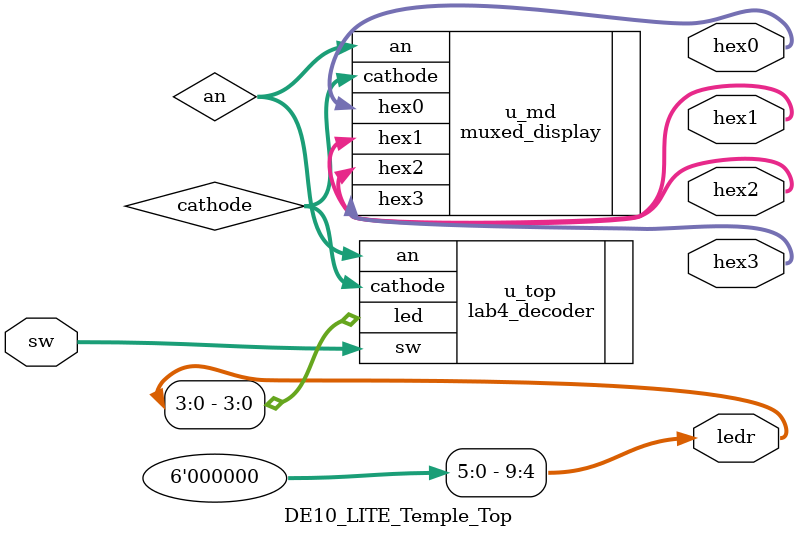
<source format=sv>



`define ENABLE_SW
`define ENABLE_LED
`define ENABLE_HEX0
`define ENABLE_HEX1
`define ENABLE_HEX2
`define ENABLE_HEX3

module DE10_LITE_Temple_Top(

	//////////// SDRAM: 3.3-V LVTTL //////////
`ifdef ENABLE_SDRAM
	output		    [12:0]		dram_addr,
	output		     [1:0]		dram_ba,
	output		          		dram_cas_n,
	output		          		dram_cke,
	output		          		dram_clk,
	output		          		dram_cs_n,
	inout 		    [15:0]		dram_dq,
	output		          		dram_ldqm,
	output		          		dram_ras_n,
	output		          		dram_udqm,
	output		          		dram_we_n,
`endif

	//////////// SEG7: 3.3-V LVTTL //////////
`ifdef ENABLE_HEX0
	output		     [7:0]		hex0,
`endif
`ifdef ENABLE_HEX1
	output		     [7:0]		hex1,
`endif
`ifdef ENABLE_HEX2
	output		     [7:0]		hex2,
`endif
`ifdef ENABLE_HEX3
	output		     [7:0]		hex3,
`endif
`ifdef ENABLE_HEX4
	output		     [7:0]		hex4,
`endif
`ifdef ENABLE_HEX5
	output		     [7:0]		hex5,
`endif

	//////////// KEY: 3.3 V SCHMITT TRIGGER //////////
`ifdef ENABLE_KEY
	input 		     [1:0]		key,
`endif

	//////////// LED: 3.3-V LVTTL //////////
`ifdef ENABLE_LED
	output		     [9:0]		ledr,
`endif

	//////////// VGA: 3.3-V LVTTL //////////
`ifdef ENABLE_VGA
	output		     [3:0]		vga_b,
	output		     [3:0]		vga_g,
	output		          		vga_hs,
	output		     [3:0]		vga_r,
	output		          		vga_vs,
`endif

	//////////// Accelerometer: 3.3-V LVTTL //////////
`ifdef ENABLE_ACCELEROMETER
	output		          		gsensor_cs_n,
	input 		     [2:1]		gsensor_int,
	output		          		gsensor_sclk,
	inout 		          		gsensor_sdi,
	inout 		          		gsensor_sdo,
`endif

	//////////// Arduino: 3.3-V LVTTL //////////
`ifdef ENABLE_ARDUINO
	inout 		    [15:0]		arduino_io,
	inout 		          		arduino_reset_n,
`endif

	//////////// GPIO, GPIO connect to GPIO Default: 3.3-V LVTTL //////////
`ifdef ENABLE_GPIO
	inout 		    [35:0]		gpio,
`endif

	//////////// ADC CLOCK: 3.3-V LVTTL //////////
`ifdef ENABLE_ADC_CLOCK
	input 		          		adc_clk_10,
`endif
	//////////// CLOCK 1: 3.3-V LVTTL //////////
`ifdef ENABLE_CLOCK1
	input 		          		max10_clk1_50,
`endif
	//////////// CLOCK 2: 3.3-V LVTTL //////////
`ifdef ENABLE_CLOCK2
	input 		          		max10_clk2_50,
`endif

	//////////// SW: 3.3-V LVTTL //////////
`ifdef ENABLE_SW
//	input 		     [9:0]		sw
	input 		     [6:0]		sw
`endif
);
	logic [3:0] an;
	logic [6:0] cathode;

	// tie unused LED's low
	assign ledr[9:4] = 6'b0;

	// instantiate top level design here
	lab4_decoder u_top (.led(ledr[3:0]), .an, .cathode, .sw);

	// and instantiate the muxed display module
	muxed_display u_md (.hex3, .hex2, .hex1, .hex0,
		.an, .cathode);

endmodule

</source>
